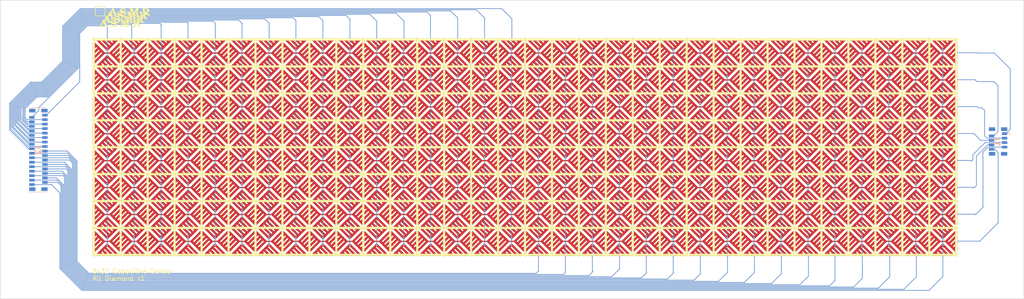
<source format=kicad_pcb>
(kicad_pcb (version 20211014) (generator pcbnew)
  (layers (0 "F.Cu" signal) (31 "B.Cu" signal) (34 "B.Paste" user) (35 "F.Paste" user) (36 "B.SilkS" user "B.Silkscreen") (37 "F.SilkS" user "F.Silkscreen") (38 "B.Mask" user) (39 "F.Mask" user) (44 "Edge.Cuts" user))
  (net 0 "")
  (net 1 "Net-(J1-Pad1)")
  (net 2 "Net-(J1-Pad2)")
  (net 3 "Net-(J1-Pad3)")
  (net 4 "Net-(J1-Pad4)")
  (net 5 "Net-(J1-Pad5)")
  (net 6 "Net-(J1-Pad6)")
  (net 7 "Net-(J1-Pad7)")
  (net 8 "Net-(J1-Pad8)")
  (net 9 "Net-(J2-Pad1)")
  (net 10 "Net-(J2-Pad2)")
  (net 11 "Net-(J2-Pad3)")
  (net 12 "Net-(J2-Pad4)")
  (net 13 "Net-(J2-Pad5)")
  (net 14 "Net-(J2-Pad6)")
  (net 15 "Net-(J2-Pad7)")
  (net 16 "Net-(J2-Pad8)")
  (net 17 "Net-(J2-Pad9)")
  (net 18 "Net-(J2-Pad10)")
  (net 19 "Net-(J2-Pad11)")
  (net 20 "Net-(J2-Pad12)")
  (net 21 "Net-(J2-Pad13)")
  (net 22 "Net-(J2-Pad14)")
  (net 23 "Net-(J2-Pad15)")
  (net 24 "Net-(J2-Pad16)")
  (net 25 "Net-(J2-Pad17)")
  (net 26 "Net-(J2-Pad18)")
  (net 27 "Net-(J2-Pad19)")
  (net 28 "Net-(J2-Pad20)")
  (net 29 "Net-(J2-Pad21)")
  (net 30 "Net-(J2-Pad22)")
  (net 31 "Net-(J2-Pad23)")
  (net 32 "Net-(J2-Pad24)")
  (net 33 "Net-(J2-Pad25)")
  (net 34 "Net-(J2-Pad26)")
  (net 35 "Net-(J2-Pad27)")
  (net 36 "Net-(J2-Pad28)")
  (net 37 "Net-(J2-Pad29)")
  (net 38 "Net-(J2-Pad30)")
  (net 39 "Net-(J2-Pad31)")
  (net 40 "Net-(J2-Pad32)")
  (footprint "ASMR_footprints:captouch_8x32_diamond_alt_fill" (layer "F.Cu") (at 62.75 55.525)
    (fp_text reference "U1" hide)
    (fp_text value "captouch_8x32_grid" hide)
  )
  (footprint "ASMR_footprints:SilkScreen_asmrrrrrrrrr" (layer "F.Cu") (at 69.425 50.925)
    (fp_text reference "G***" hide)
    (fp_text value "LOGO" hide)
  )
  (footprint "ASMR_footprints:Conn_FFC_1x32_0.5mm_Molex_5019513210" (layer "B.Cu") (at 50.675 80.375 -90)
    (fp_text reference "J2")
    (fp_text value "Conn_01x32_Male" hide)
  )
  (footprint "ASMR_footprints:Conn_FFC_1x8_0.5mm_Molex_5019510830" (layer "B.Cu") (at 264.325 78.5 -90)
    (fp_text reference "J1")
    (fp_text value "Conn_01x08_Male" hide)
  )
  (gr_rect (start 42.175 47) (end 270.05 113.55) (layer "Edge.Cuts") (width 0.1) (fill none))
  (gr_text "8x32 Capacitive Sensor\nAlt Diamond v1" (at 62.65 108.2) (layer "F.SilkS") (effects (font (size 1 1)) (justify left)))
  (via (at 255 58.725) (size 0.4) (drill 0.2) (layers "F.Cu" "B.Cu") (net 1))
  (segment (start 259.7 58.725) (end 259.75 58.775) (width 0.127) (layer "B.Cu") (net 1))
  (segment (start 259.75 58.775) (end 263.5 58.775) (width 0.127) (layer "B.Cu") (net 1))
  (segment (start 266.075 76.75) (end 267.025 75.8) (width 0.127) (layer "B.Cu") (net 1))
  (segment (start 255 58.725) (end 259.7 58.725) (width 0.127) (layer "B.Cu") (net 1))
  (segment (start 267.025 62.3) (end 263.5 58.775) (width 0.127) (layer "B.Cu") (net 1))
  (segment (start 265.775 76.75) (end 266.075 76.75) (width 0.127) (layer "B.Cu") (net 1))
  (segment (start 267.025 75.8) (end 267.025 62.3) (width 0.127) (layer "B.Cu") (net 1))
  (via (at 255 64.725) (size 0.4) (drill 0.2) (layers "F.Cu" "B.Cu") (net 2))
  (segment (start 262.875 77.25) (end 263.375 77.25) (width 0.127) (layer "B.Cu") (net 2))
  (segment (start 259.175 64.725) (end 259.6 65.15) (width 0.127) (layer "B.Cu") (net 2))
  (segment (start 264.3 76.325) (end 264.3 66.05) (width 0.127) (layer "B.Cu") (net 2))
  (segment (start 255 64.725) (end 259.175 64.725) (width 0.127) (layer "B.Cu") (net 2))
  (segment (start 263.4 65.15) (end 259.6 65.15) (width 0.127) (layer "B.Cu") (net 2))
  (segment (start 263.375 77.25) (end 264.3 76.325) (width 0.127) (layer "B.Cu") (net 2))
  (segment (start 264.3 66.05) (end 263.4 65.15) (width 0.127) (layer "B.Cu") (net 2))
  (via (at 255 70.725) (size 0.4) (drill 0.2) (layers "F.Cu" "B.Cu") (net 3))
  (segment (start 265.775 77.75) (end 261.85 77.75) (width 0.127) (layer "B.Cu") (net 3))
  (segment (start 261.325 71.6) (end 260.7 70.975) (width 0.127) (layer "B.Cu") (net 3))
  (segment (start 261.85 77.75) (end 261.325 77.225) (width 0.127) (layer "B.Cu") (net 3))
  (segment (start 259.7 70.725) (end 259.95 70.975) (width 0.127) (layer "B.Cu") (net 3))
  (segment (start 261.325 77.225) (end 261.325 71.6) (width 0.127) (layer "B.Cu") (net 3))
  (segment (start 255 70.725) (end 259.7 70.725) (width 0.127) (layer "B.Cu") (net 3))
  (segment (start 260.7 70.975) (end 259.95 70.975) (width 0.127) (layer "B.Cu") (net 3))
  (via (at 255 76.725) (size 0.4) (drill 0.2) (layers "F.Cu" "B.Cu") (net 4))
  (segment (start 255 76.725) (end 258.775 76.725) (width 0.127) (layer "B.Cu") (net 4))
  (segment (start 262.875 78.25) (end 260.45 78.25) (width 0.127) (layer "B.Cu") (net 4))
  (segment (start 258.775 76.725) (end 258.9 76.85) (width 0.127) (layer "B.Cu") (net 4))
  (segment (start 260.45 78.25) (end 259.05 76.85) (width 0.127) (layer "B.Cu") (net 4))
  (segment (start 259.05 76.85) (end 258.9 76.85) (width 0.127) (layer "B.Cu") (net 4))
  (via (at 255 82.725) (size 0.4) (drill 0.2) (layers "F.Cu" "B.Cu") (net 5))
  (segment (start 261.425 78.75) (end 258.7 81.475) (width 0.127) (layer "B.Cu") (net 5))
  (segment (start 258.45 82.825) (end 258.2 82.825) (width 0.127) (layer "B.Cu") (net 5))
  (segment (start 258.7 82.575) (end 258.45 82.825) (width 0.127) (layer "B.Cu") (net 5))
  (segment (start 265.775 78.75) (end 261.425 78.75) (width 0.127) (layer "B.Cu") (net 5))
  (segment (start 258.7 81.475) (end 258.7 82.575) (width 0.127) (layer "B.Cu") (net 5))
  (segment (start 255 82.725) (end 258.1 82.725) (width 0.127) (layer "B.Cu") (net 5))
  (segment (start 258.1 82.725) (end 258.2 82.825) (width 0.127) (layer "B.Cu") (net 5))
  (via (at 255 88.725) (size 0.4) (drill 0.2) (layers "F.Cu" "B.Cu") (net 6))
  (segment (start 262.875 79.25) (end 262.025 79.25) (width 0.127) (layer "B.Cu") (net 6))
  (segment (start 259.5 81.775) (end 259.5 88.3) (width 0.127) (layer "B.Cu") (net 6))
  (segment (start 255 88.725) (end 258.625 88.725) (width 0.127) (layer "B.Cu") (net 6))
  (segment (start 259.5 88.3) (end 258.975 88.825) (width 0.127) (layer "B.Cu") (net 6))
  (segment (start 258.625 88.725) (end 258.725 88.825) (width 0.127) (layer "B.Cu") (net 6))
  (segment (start 262.025 79.25) (end 259.5 81.775) (width 0.127) (layer "B.Cu") (net 6))
  (segment (start 258.975 88.825) (end 258.725 88.825) (width 0.127) (layer "B.Cu") (net 6))
  (via (at 255 94.725) (size 0.4) (drill 0.2) (layers "F.Cu" "B.Cu") (net 7))
  (segment (start 255 94.725) (end 259.225 94.725) (width 0.127) (layer "B.Cu") (net 7))
  (segment (start 260.95 80.894) (end 260.95 93.15) (width 0.127) (layer "B.Cu") (net 7))
  (segment (start 262.094 79.75) (end 260.95 80.894) (width 0.127) (layer "B.Cu") (net 7))
  (segment (start 259.225 94.725) (end 259.3 94.8) (width 0.127) (layer "B.Cu") (net 7))
  (segment (start 260.95 93.15) (end 259.3 94.8) (width 0.127) (layer "B.Cu") (net 7))
  (segment (start 265.775 79.75) (end 262.094 79.75) (width 0.127) (layer "B.Cu") (net 7))
  (via (at 255 100.725) (size 0.4) (drill 0.2) (layers "F.Cu" "B.Cu") (net 8))
  (segment (start 263.602 80.25) (end 264.325 80.973) (width 0.127) (layer "B.Cu") (net 8))
  (segment (start 264.325 96.65) (end 260.2 100.775) (width 0.127) (layer "B.Cu") (net 8))
  (segment (start 262.875 80.25) (end 263.602 80.25) (width 0.127) (layer "B.Cu") (net 8))
  (segment (start 260.15 100.725) (end 260.2 100.775) (width 0.127) (layer "B.Cu") (net 8))
  (segment (start 264.325 80.973) (end 264.325 96.65) (width 0.127) (layer "B.Cu") (net 8))
  (segment (start 255 100.725) (end 260.15 100.725) (width 0.127) (layer "B.Cu") (net 8))
  (via (at 66 99.95) (size 0.4) (drill 0.2) (layers "F.Cu" "B.Cu") (net 9))
  (via (at 66 101.575) (size 0.4) (drill 0.2) (layers "F.Cu" "B.Cu") (net 9))
  (via (at 66 63.95) (size 0.4) (drill 0.2) (layers "F.Cu" "B.Cu") (net 9))
  (via (at 66 75.95) (size 0.4) (drill 0.2) (layers "F.Cu" "B.Cu") (net 9))
  (via (at 66 93.95) (size 0.4) (drill 0.2) (layers "F.Cu" "B.Cu") (net 9))
  (via (at 66 87.95) (size 0.4) (drill 0.2) (layers "F.Cu" "B.Cu") (net 9))
  (via (at 66 57.95) (size 0.4) (drill 0.2) (layers "F.Cu" "B.Cu") (net 9))
  (via (at 66 69.95) (size 0.4) (drill 0.2) (layers "F.Cu" "B.Cu") (net 9))
  (via (at 66 81.95) (size 0.4) (drill 0.2) (layers "F.Cu" "B.Cu") (net 9))
  (segment (start 66 57.95) (end 66 52.825) (width 0.127) (layer "B.Cu") (net 9))
  (segment (start 59.875 65.175) (end 59.875 54.375) (width 0.127) (layer "B.Cu") (net 9))
  (segment (start 66 52.825) (end 65.875 52.7) (width 0.127) (layer "B.Cu") (net 9))
  (segment (start 59.875 54.375) (end 61.55 52.7) (width 0.127) (layer "B.Cu") (net 9))
  (segment (start 66 57.95) (end 66 101.575) (width 0.127) (layer "B.Cu") (net 9))
  (segment (start 52.425 72.625) (end 59.875 65.175) (width 0.127) (layer "B.Cu") (net 9))
  (segment (start 61.55 52.7) (end 65.875 52.7) (width 0.127) (layer "B.Cu") (net 9))
  (segment (start 52.125 72.625) (end 52.425 72.625) (width 0.127) (layer "B.Cu") (net 9))
  (via (at 72 57.95) (size 0.4) (drill 0.2) (layers "F.Cu" "B.Cu") (net 10))
  (via (at 72 63.95) (size 0.4) (drill 0.2) (layers "F.Cu" "B.Cu") (net 10))
  (via (at 72 93.95) (size 0.4) (drill 0.2) (layers "F.Cu" "B.Cu") (net 10))
  (via (at 72 69.95) (size 0.4) (drill 0.2) (layers "F.Cu" "B.Cu") (net 10))
  (via (at 72 87.95) (size 0.4) (drill 0.2) (layers "F.Cu" "B.Cu") (net 10))
  (via (at 72 101.575) (size 0.4) (drill 0.2) (layers "F.Cu" "B.Cu") (net 10))
  (via (at 72 81.95) (size 0.4) (drill 0.2) (layers "F.Cu" "B.Cu") (net 10))
  (via (at 72 99.95) (size 0.4) (drill 0.2) (layers "F.Cu" "B.Cu") (net 10))
  (via (at 72 75.95) (size 0.4) (drill 0.2) (layers "F.Cu" "B.Cu") (net 10))
  (segment (start 72 57.95) (end 72 101.575) (width 0.127) (layer "B.Cu") (net 10))
  (segment (start 61.46579 52.425) (end 71.45 52.425) (width 0.127) (layer "B.Cu") (net 10))
  (segment (start 50.725 70.975) (end 59.621 62.079) (width 0.127) (layer "B.Cu") (net 10))
  (segment (start 50.725 71.625) (end 50.725 70.975) (width 0.127) (layer "B.Cu") (net 10))
  (segment (start 59.621 54.26979) (end 61.46579 52.425) (width 0.127) (layer "B.Cu") (net 10))
  (segment (start 71.45 52.425) (end 71.45 57.4) (width 0.127) (layer "B.Cu") (net 10))
  (segment (start 49.225 73.125) (end 50.725 71.625) (width 0.127) (layer "B.Cu") (net 10))
  (segment (start 59.621 62.079) (end 59.621 54.26979) (width 0.127) (layer "B.Cu") (net 10))
  (segment (start 71.45 57.4) (end 72 57.95) (width 0.127) (layer "B.Cu") (net 10))
  (via (at 78 63.95) (size 0.4) (drill 0.2) (layers "F.Cu" "B.Cu") (net 11))
  (via (at 78 93.95) (size 0.4) (drill 0.2) (layers "F.Cu" "B.Cu") (net 11))
  (via (at 78 87.95) (size 0.4) (drill 0.2) (layers "F.Cu" "B.Cu") (net 11))
  (via (at 78 69.95) (size 0.4) (drill 0.2) (layers "F.Cu" "B.Cu") (net 11))
  (via (at 78 99.95) (size 0.4) (drill 0.2) (layers "F.Cu" "B.Cu") (net 11))
  (via (at 78 57.95) (size 0.4) (drill 0.2) (layers "F.Cu" "B.Cu") (net 11))
  (via (at 78 81.95) (size 0.4) (drill 0.2) (layers "F.Cu" "B.Cu") (net 11))
  (via (at 78 75.95) (size 0.4) (drill 0.2) (layers "F.Cu" "B.Cu") (net 11))
  (via (at 78 101.575) (size 0.4) (drill 0.2) (layers "F.Cu" "B.Cu") (net 11))
  (segment (start 52.76579 68.575) (end 59.367 61.97379) (width 0.127) (layer "B.Cu") (net 11))
  (segment (start 59.367 61.97379) (end 59.367 54.16458) (width 0.127) (layer "B.Cu") (net 11))
  (segment (start 48.1 73.625) (end 47.7 73.225) (width 0.127) (layer "B.Cu") (net 11))
  (segment (start 78 52.425) (end 78 57.95) (width 0.127) (layer "B.Cu") (net 11))
  (segment (start 78 57.95) (end 78 101.575) (width 0.127) (layer "B.Cu") (net 11))
  (segment (start 59.367 54.16458) (end 61.36058 52.171) (width 0.127) (layer "B.Cu") (net 11))
  (segment (start 77.746 52.171) (end 78 52.425) (width 0.127) (layer "B.Cu") (net 11))
  (segment (start 52.125 73.625) (end 48.1 73.625) (width 0.127) (layer "B.Cu") (net 11))
  (segment (start 50.325 68.575) (end 52.76579 68.575) (width 0.127) (layer "B.Cu") (net 11))
  (segment (start 47.7 73.225) (end 47.7 71.2) (width 0.127) (layer "B.Cu") (net 11))
  (segment (start 47.7 71.2) (end 50.325 68.575) (width 0.127) (layer "B.Cu") (net 11))
  (segment (start 61.36058 52.171) (end 77.746 52.171) (width 0.127) (layer "B.Cu") (net 11))
  (via (at 84 99.95) (size 0.4) (drill 0.2) (layers "F.Cu" "B.Cu") (net 12))
  (via (at 84 75.95) (size 0.4) (drill 0.2) (layers "F.Cu" "B.Cu") (net 12))
  (via (at 84 87.95) (size 0.4) (drill 0.2) (layers "F.Cu" "B.Cu") (net 12))
  (via (at 84 81.95) (size 0.4) (drill 0.2) (layers "F.Cu" "B.Cu") (net 12))
  (via (at 84 93.95) (size 0.4) (drill 0.2) (layers "F.Cu" "B.Cu") (net 12))
  (via (at 84 57.95) (size 0.4) (drill 0.2) (layers "F.Cu" "B.Cu") (net 12))
  (via (at 84 69.95) (size 0.4) (drill 0.2) (layers "F.Cu" "B.Cu") (net 12))
  (via (at 84 63.95) (size 0.4) (drill 0.2) (layers "F.Cu" "B.Cu") (net 12))
  (via (at 84 101.575) (size 0.4) (drill 0.2) (layers "F.Cu" "B.Cu") (net 12))
  (segment (start 52.66058 68.321) (end 59.113 61.86858) (width 0.127) (layer "B.Cu") (net 12))
  (segment (start 59.113 54.05937) (end 61.25537 51.917) (width 0.127) (layer "B.Cu") (net 12))
  (segment (start 83.975 52) (end 83.975 57.925) (width 0.127) (layer "B.Cu") (net 12))
  (segment (start 61.25537 51.917) (end 83.892 51.917) (width 0.127) (layer "B.Cu") (net 12))
  (segment (start 59.113 61.86858) (end 59.113 54.05937) (width 0.127) (layer "B.Cu") (net 12))
  (segment (start 48.2 74.125) (end 47.446 73.371) (width 0.127) (layer "B.Cu") (net 12))
  (segment (start 83.892 51.917) (end 83.975 52) (width 0.127) (layer "B.Cu") (net 12))
  (segment (start 83.975 57.925) (end 84 57.95) (width 0.127) (layer "B.Cu") (net 12))
  (segment (start 50.21979 68.321) (end 52.66058 68.321) (width 0.127) (layer "B.Cu") (net 12))
  (segment (start 47.446 73.371) (end 47.446 71.09479) (width 0.127) (layer "B.Cu") (net 12))
  (segment (start 47.446 71.09479) (end 50.21979 68.321) (width 0.127) (layer "B.Cu") (net 12))
  (segment (start 49.225 74.125) (end 48.2 74.125) (width 0.127) (layer "B.Cu") (net 12))
  (segment (start 84 57.95) (end 84 101.575) (width 0.127) (layer "B.Cu") (net 12))
  (via (at 90 57.95) (size 0.4) (drill 0.2) (layers "F.Cu" "B.Cu") (net 13))
  (via (at 90 93.95) (size 0.4) (drill 0.2) (layers "F.Cu" "B.Cu") (net 13))
  (via (at 90 99.95) (size 0.4) (drill 0.2) (layers "F.Cu" "B.Cu") (net 13))
  (via (at 90 75.95) (size 0.4) (drill 0.2) (layers "F.Cu" "B.Cu") (net 13))
  (via (at 90 81.95) (size 0.4) (drill 0.2) (layers "F.Cu" "B.Cu") (net 13))
  (via (at 90 69.95) (size 0.4) (drill 0.2) (layers "F.Cu" "B.Cu") (net 13))
  (via (at 90 87.95) (size 0.4) (drill 0.2) (layers "F.Cu" "B.Cu") (net 13))
  (via (at 90 63.95) (size 0.4) (drill 0.2) (layers "F.Cu" "B.Cu") (net 13))
  (via (at 90 101.575) (size 0.4) (drill 0.2) (layers "F.Cu" "B.Cu") (net 13))
  (segment (start 90.05 57.9) (end 90 57.95) (width 0.127) (layer "B.Cu") (net 13))
  (segment (start 47.192 70.98958) (end 50.11458 68.067) (width 0.127) (layer "B.Cu") (net 13))
  (segment (start 52.55537 68.067) (end 58.859 61.76337) (width 0.127) (layer "B.Cu") (net 13))
  (segment (start 48.3 74.625) (end 47.192 73.517) (width 0.127) (layer "B.Cu") (net 13))
  (segment (start 61.15016 51.663) (end 89.563 51.663) (width 0.127) (layer "B.Cu") (net 13))
  (segment (start 58.859 61.76337) (end 58.859 53.95416) (width 0.127) (layer "B.Cu") (net 13))
  (segment (start 52.125 74.625) (end 48.3 74.625) (width 0.127) (layer "B.Cu") (net 13))
  (segment (start 89.563 51.663) (end 90.05 52.15) (width 0.127) (layer "B.Cu") (net 13))
  (segment (start 90 57.95) (end 90 101.575) (width 0.127) (layer "B.Cu") (net 13))
  (segment (start 58.859 53.95416) (end 61.15016 51.663) (width 0.127) (layer "B.Cu") (net 13))
  (segment (start 47.192 73.517) (end 47.192 70.98958) (width 0.127) (layer "B.Cu") (net 13))
  (segment (start 50.11458 68.067) (end 52.55537 68.067) (width 0.127) (layer "B.Cu") (net 13))
  (segment (start 90.05 52.15) (end 90.05 57.9) (width 0.127) (layer "B.Cu") (net 13))
  (via (at 96 101.575) (size 0.4) (drill 0.2) (layers "F.Cu" "B.Cu") (net 14))
  (via (at 96 75.95) (size 0.4) (drill 0.2) (layers "F.Cu" "B.Cu") (net 14))
  (via (at 96 81.95) (size 0.4) (drill 0.2) (layers "F.Cu" "B.Cu") (net 14))
  (via (at 96 99.95) (size 0.4) (drill 0.2) (layers "F.Cu" "B.Cu") (net 14))
  (via (at 96 57.95) (size 0.4) (drill 0.2) (layers "F.Cu" "B.Cu") (net 14))
  (via (at 96 63.95) (size 0.4) (drill 0.2) (layers "F.Cu" "B.Cu") (net 14))
  (via (at 96 69.95) (size 0.4) (drill 0.2) (layers "F.Cu" "B.Cu") (net 14))
  (via (at 96 93.95) (size 0.4) (drill 0.2) (layers "F.Cu" "B.Cu") (net 14))
  (via (at 96 87.95) (size 0.4) (drill 0.2) (layers "F.Cu" "B.Cu") (net 14))
  (segment (start 52.45016 67.813) (end 58.605 61.65816) (width 0.127) (layer "B.Cu") (net 14))
  (segment (start 96 57.95) (end 96 101.575) (width 0.127) (layer "B.Cu") (net 14))
  (segment (start 58.605 53.84895) (end 61.04495 51.409) (width 0.127) (layer "B.Cu") (net 14))
  (segment (start 46.8 73.48421) (end 46.8 71.02237) (width 0.127) (layer "B.Cu") (net 14))
  (segment (start 49.225 75.125) (end 48.44079 75.125) (width 0.127) (layer "B.Cu") (net 14))
  (segment (start 58.605 61.65816) (end 58.605 53.84895) (width 0.127) (layer "B.Cu") (net 14))
  (segment (start 61.04495 51.409) (end 95.234 51.409) (width 0.127) (layer "B.Cu") (net 14))
  (segment (start 96.025 52.2) (end 96 52.225) (width 0.127) (layer "B.Cu") (net 14))
  (segment (start 46.8 71.02237) (end 50.00937 67.813) (width 0.127) (layer "B.Cu") (net 14))
  (segment (start 50.00937 67.813) (end 52.45016 67.813) (width 0.127) (layer "B.Cu") (net 14))
  (segment (start 95.234 51.409) (end 96.025 52.2) (width 0.127) (layer "B.Cu") (net 14))
  (segment (start 96 52.225) (end 96 57.95) (width 0.127) (layer "B.Cu") (net 14))
  (segment (start 48.44079 75.125) (end 46.8 73.48421) (width 0.127) (layer "B.Cu") (net 14))
  (via (at 102 81.95) (size 0.4) (drill 0.2) (layers "F.Cu" "B.Cu") (net 15))
  (via (at 102 99.95) (size 0.4) (drill 0.2) (layers "F.Cu" "B.Cu") (net 15))
  (via (at 102 63.95) (size 0.4) (drill 0.2) (layers "F.Cu" "B.Cu") (net 15))
  (via (at 102 75.95) (size 0.4) (drill 0.2) (layers "F.Cu" "B.Cu") (net 15))
  (via (at 102 87.95) (size 0.4) (drill 0.2) (layers "F.Cu" "B.Cu") (net 15))
  (via (at 102 69.95) (size 0.4) (drill 0.2) (layers "F.Cu" "B.Cu") (net 15))
  (via (at 102 57.95) (size 0.4) (drill 0.2) (layers "F.Cu" "B.Cu") (net 15))
  (via (at 102 101.575) (size 0.4) (drill 0.2) (layers "F.Cu" "B.Cu") (net 15))
  (via (at 102 93.95) (size 0.4) (drill 0.2) (layers "F.Cu" "B.Cu") (net 15))
  (segment (start 58.351 53.74374) (end 60.93974 51.155) (width 0.127) (layer "B.Cu") (net 15))
  (segment (start 46.546 70.91716) (end 49.90416 67.559) (width 0.127) (layer "B.Cu") (net 15))
  (segment (start 58.351 61.55295) (end 58.351 53.74374) (width 0.127) (layer "B.Cu") (net 15))
  (segment (start 49.90416 67.559) (end 52.34495 67.559) (width 0.127) (layer "B.Cu") (net 15))
  (segment (start 101.08 51.155) (end 102.05 52.125) (width 0.127) (layer "B.Cu") (net 15))
  (segment (start 52.34495 67.559) (end 58.351 61.55295) (width 0.127) (layer "B.Cu") (net 15))
  (segment (start 102.05 57.9) (end 102 57.95) (width 0.127) (layer "B.Cu") (net 15))
  (segment (start 102.05 52.125) (end 102.05 57.9) (width 0.127) (layer "B.Cu") (net 15))
  (segment (start 46.546 73.727) (end 46.546 70.91716) (width 0.127) (layer "B.Cu") (net 15))
  (segment (start 52.125 75.625) (end 48.444 75.625) (width 0.127) (layer "B.Cu") (net 15))
  (segment (start 48.444 75.625) (end 46.546 73.727) (width 0.127) (layer "B.Cu") (net 15))
  (segment (start 60.93974 51.155) (end 101.08 51.155) (width 0.127) (layer "B.Cu") (net 15))
  (segment (start 102 57.95) (end 102 101.575) (width 0.127) (layer "B.Cu") (net 15))
  (via (at 108 75.95) (size 0.4) (drill 0.2) (layers "F.Cu" "B.Cu") (net 16))
  (via (at 108 57.95) (size 0.4) (drill 0.2) (layers "F.Cu" "B.Cu") (net 16))
  (via (at 108 69.95) (size 0.4) (drill 0.2) (layers "F.Cu" "B.Cu") (net 16))
  (via (at 108 63.95) (size 0.4) (drill 0.2) (layers "F.Cu" "B.Cu") (net 16))
  (via (at 108 81.95) (size 0.4) (drill 0.2) (layers "F.Cu" "B.Cu") (net 16))
  (via (at 108 99.95) (size 0.4) (drill 0.2) (layers "F.Cu" "B.Cu") (net 16))
  (via (at 108 101.575) (size 0.4) (drill 0.2) (layers "F.Cu" "B.Cu") (net 16))
  (via (at 108 87.95) (size 0.4) (drill 0.2) (layers "F.Cu" "B.Cu") (net 16))
  (via (at 108 93.95) (size 0.4) (drill 0.2) (layers "F.Cu" "B.Cu") (net 16))
  (segment (start 108 51.5) (end 108 57.95) (width 0.127) (layer "B.Cu") (net 16))
  (segment (start 52.23974 67.305) (end 58.097 61.44774) (width 0.127) (layer "B.Cu") (net 16))
  (segment (start 49.225 76.125) (end 48.58479 76.125) (width 0.127) (layer "B.Cu") (net 16))
  (segment (start 108 57.95) (end 108 101.575) (width 0.127) (layer "B.Cu") (net 16))
  (segment (start 48.58479 76.125) (end 46.292 73.83221) (width 0.127) (layer "B.Cu") (net 16))
  (segment (start 107.401 50.901) (end 108 51.5) (width 0.127) (layer "B.Cu") (net 16))
  (segment (start 46.292 70.81195) (end 49.79895 67.305) (width 0.127) (layer "B.Cu") (net 16))
  (segment (start 60.83453 50.901) (end 107.401 50.901) (width 0.127) (layer "B.Cu") (net 16))
  (segment (start 58.097 53.63853) (end 60.83453 50.901) (width 0.127) (layer "B.Cu") (net 16))
  (segment (start 58.097 61.44774) (end 58.097 53.63853) (width 0.127) (layer "B.Cu") (net 16))
  (segment (start 49.79895 67.305) (end 52.23974 67.305) (width 0.127) (layer "B.Cu") (net 16))
  (segment (start 46.292 73.83221) (end 46.292 70.81195) (width 0.127) (layer "B.Cu") (net 16))
  (via (at 114 99.95) (size 0.4) (drill 0.2) (layers "F.Cu" "B.Cu") (net 17))
  (via (at 114 101.575) (size 0.4) (drill 0.2) (layers "F.Cu" "B.Cu") (net 17))
  (via (at 114 69.95) (size 0.4) (drill 0.2) (layers "F.Cu" "B.Cu") (net 17))
  (via (at 114 87.95) (size 0.4) (drill 0.2) (layers "F.Cu" "B.Cu") (net 17))
  (via (at 114 93.95) (size 0.4) (drill 0.2) (layers "F.Cu" "B.Cu") (net 17))
  (via (at 114 75.95) (size 0.4) (drill 0.2) (layers "F.Cu" "B.Cu") (net 17))
  (via (at 114 81.95) (size 0.4) (drill 0.2) (layers "F.Cu" "B.Cu") (net 17))
  (via (at 114 57.95) (size 0.4) (drill 0.2) (layers "F.Cu" "B.Cu") (net 17))
  (via (at 114 63.95) (size 0.4) (drill 0.2) (layers "F.Cu" "B.Cu") (net 17))
  (segment (start 52.125 76.625) (end 48.444 76.625) (width 0.127) (layer "B.Cu") (net 17))
  (segment (start 57.843 53.53332) (end 60.72932 50.647) (width 0.127) (layer "B.Cu") (net 17))
  (segment (start 48.444 76.625) (end 46.038 74.219) (width 0.127) (layer "B.Cu") (net 17))
  (segment (start 46.038 74.219) (end 46.038 70.70674) (width 0.127) (layer "B.Cu") (net 17))
  (segment (start 114.025 51.6) (end 114 51.625) (width 0.127) (layer "B.Cu") (net 17))
  (segment (start 46.038 70.70674) (end 49.69374 67.051) (width 0.127) (layer "B.Cu") (net 17))
  (segment (start 60.72932 50.647) (end 113.072 50.647) (width 0.127) (layer "B.Cu") (net 17))
  (segment (start 52.13453 67.051) (end 57.843 61.34253) (width 0.127) (layer "B.Cu") (net 17))
  (segment (start 114 51.625) (end 114 57.95) (width 0.127) (layer "B.Cu") (net 17))
  (segment (start 114 57.95) (end 114 101.575) (width 0.127) (layer "B.Cu") (net 17))
  (segment (start 57.843 61.34253) (end 57.843 53.53332) (width 0.127) (layer "B.Cu") (net 17))
  (segment (start 113.072 50.647) (end 114.025 51.6) (width 0.127) (layer "B.Cu") (net 17))
  (segment (start 49.69374 67.051) (end 52.13453 67.051) (width 0.127) (layer "B.Cu") (net 17))
  (via (at 120 87.95) (size 0.4) (drill 0.2) (layers "F.Cu" "B.Cu") (net 18))
  (via (at 120 81.95) (size 0.4) (drill 0.2) (layers "F.Cu" "B.Cu") (net 18))
  (via (at 120 63.95) (size 0.4) (drill 0.2) (layers "F.Cu" "B.Cu") (net 18))
  (via (at 120 57.95) (size 0.4) (drill 0.2) (layers "F.Cu" "B.Cu") (net 18))
  (via (at 120 101.575) (size 0.4) (drill 0.2) (layers "F.Cu" "B.Cu") (net 18))
  (via (at 120 75.95) (size 0.4) (drill 0.2) (layers "F.Cu" "B.Cu") (net 18))
  (via (at 120 69.95) (size 0.4) (drill 0.2) (layers "F.Cu" "B.Cu") (net 18))
  (via (at 120 99.95) (size 0.4) (drill 0.2) (layers "F.Cu" "B.Cu") (net 18))
  (via (at 120 93.95) (size 0.4) (drill 0.2) (layers "F.Cu" "B.Cu") (net 18))
  (segment (start 119.168 50.393) (end 120.025 51.25) (width 0.127) (layer "B.Cu") (net 18))
  (segment (start 120.025 51.25) (end 120.025 57.925) (width 0.127) (layer "B.Cu") (net 18))
  (segment (start 48.58479 77.125) (end 45.784 74.32421) (width 0.127) (layer "B.Cu") (net 18))
  (segment (start 57.589 61.23732) (end 57.589 53.42811) (width 0.127) (layer "B.Cu") (net 18))
  (segment (start 49.58853 66.797) (end 52.02932 66.797) (width 0.127) (layer "B.Cu") (net 18))
  (segment (start 45.784 74.32421) (end 45.784 70.60153) (width 0.127) (layer "B.Cu") (net 18))
  (segment (start 52.02932 66.797) (end 57.589 61.23732) (width 0.127) (layer "B.Cu") (net 18))
  (segment (start 120.025 57.925) (end 120 57.95) (width 0.127) (layer "B.Cu") (net 18))
  (segment (start 45.784 70.60153) (end 49.58853 66.797) (width 0.127) (layer "B.Cu") (net 18))
  (segment (start 120 57.95) (end 120 101.575) (width 0.127) (layer "B.Cu") (net 18))
  (segment (start 49.225 77.125) (end 48.58479 77.125) (width 0.127) (layer "B.Cu") (net 18))
  (segment (start 60.62411 50.393) (end 119.168 50.393) (width 0.127) (layer "B.Cu") (net 18))
  (segment (start 57.589 53.42811) (end 60.62411 50.393) (width 0.127) (layer "B.Cu") (net 18))
  (via (at 126 101.575) (size 0.4) (drill 0.2) (layers "F.Cu" "B.Cu") (net 19))
  (via (at 126 57.95) (size 0.4) (drill 0.2) (layers "F.Cu" "B.Cu") (net 19))
  (via (at 126 93.95) (size 0.4) (drill 0.2) (layers "F.Cu" "B.Cu") (net 19))
  (via (at 126 63.95) (size 0.4) (drill 0.2) (layers "F.Cu" "B.Cu") (net 19))
  (via (at 126 99.95) (size 0.4) (drill 0.2) (layers "F.Cu" "B.Cu") (net 19))
  (via (at 126 69.95) (size 0.4) (drill 0.2) (layers "F.Cu" "B.Cu") (net 19))
  (via (at 126 81.95) (size 0.4) (drill 0.2) (layers "F.Cu" "B.Cu") (net 19))
  (via (at 126 75.95) (size 0.4) (drill 0.2) (layers "F.Cu" "B.Cu") (net 19))
  (via (at 126 87.95) (size 0.4) (drill 0.2) (layers "F.Cu" "B.Cu") (net 19))
  (segment (start 126 57.95) (end 126 101.575) (width 0.127) (layer "B.Cu") (net 19))
  (segment (start 126 51.675) (end 126 57.95) (width 0.127) (layer "B.Cu") (net 19))
  (segment (start 45.53 74.711) (end 45.53 70.49632) (width 0.127) (layer "B.Cu") (net 19))
  (segment (start 124.464 50.139) (end 126 51.675) (width 0.127) (layer "B.Cu") (net 19))
  (segment (start 57.335 53.3229) (end 60.5189 50.139) (width 0.127) (layer "B.Cu") (net 19))
  (segment (start 57.335 61.13211) (end 57.335 53.3229) (width 0.127) (layer "B.Cu") (net 19))
  (segment (start 60.5189 50.139) (end 124.464 50.139) (width 0.127) (layer "B.Cu") (net 19))
  (segment (start 45.53 70.49632) (end 49.48332 66.543) (width 0.127) (layer "B.Cu") (net 19))
  (segment (start 48.444 77.625) (end 45.53 74.711) (width 0.127) (layer "B.Cu") (net 19))
  (segment (start 52.125 77.625) (end 48.444 77.625) (width 0.127) (layer "B.Cu") (net 19))
  (segment (start 51.92411 66.543) (end 57.335 61.13211) (width 0.127) (layer "B.Cu") (net 19))
  (segment (start 49.48332 66.543) (end 51.92411 66.543) (width 0.127) (layer "B.Cu") (net 19))
  (via (at 132 69.95) (size 0.4) (drill 0.2) (layers "F.Cu" "B.Cu") (net 20))
  (via (at 132 63.95) (size 0.4) (drill 0.2) (layers "F.Cu" "B.Cu") (net 20))
  (via (at 132 93.95) (size 0.4) (drill 0.2) (layers "F.Cu" "B.Cu") (net 20))
  (via (at 132 75.95) (size 0.4) (drill 0.2) (layers "F.Cu" "B.Cu") (net 20))
  (via (at 132 99.95) (size 0.4) (drill 0.2) (layers "F.Cu" "B.Cu") (net 20))
  (via (at 132 81.95) (size 0.4) (drill 0.2) (layers "F.Cu" "B.Cu") (net 20))
  (via (at 132 101.575) (size 0.4) (drill 0.2) (layers "F.Cu" "B.Cu") (net 20))
  (via (at 132 87.95) (size 0.4) (drill 0.2) (layers "F.Cu" "B.Cu") (net 20))
  (via (at 132 57.95) (size 0.4) (drill 0.2) (layers "F.Cu" "B.Cu") (net 20))
  (segment (start 132.075 57.875) (end 132 57.95) (width 0.127) (layer "B.Cu") (net 20))
  (segment (start 132 57.95) (end 132 101.575) (width 0.127) (layer "B.Cu") (net 20))
  (segment (start 130.285 49.885) (end 132.075 51.675) (width 0.127) (layer "B.Cu") (net 20))
  (segment (start 51.8189 66.289) (end 57.081 61.0269) (width 0.127) (layer "B.Cu") (net 20))
  (segment (start 57.081 61.0269) (end 57.081 53.21769) (width 0.127) (layer "B.Cu") (net 20))
  (segment (start 132.075 51.675) (end 132.075 57.875) (width 0.127) (layer "B.Cu") (net 20))
  (segment (start 45.276 74.81621) (end 45.276 70.39111) (width 0.127) (layer "B.Cu") (net 20))
  (segment (start 48.58479 78.125) (end 45.276 74.81621) (width 0.127) (layer "B.Cu") (net 20))
  (segment (start 60.41369 49.885) (end 130.285 49.885) (width 0.127) (layer "B.Cu") (net 20))
  (segment (start 49.225 78.125) (end 48.58479 78.125) (width 0.127) (layer "B.Cu") (net 20))
  (segment (start 49.37811 66.289) (end 51.8189 66.289) (width 0.127) (layer "B.Cu") (net 20))
  (segment (start 57.081 53.21769) (end 60.41369 49.885) (width 0.127) (layer "B.Cu") (net 20))
  (segment (start 45.276 70.39111) (end 49.37811 66.289) (width 0.127) (layer "B.Cu") (net 20))
  (via (at 138 75.95) (size 0.4) (drill 0.2) (layers "F.Cu" "B.Cu") (net 21))
  (via (at 138 63.95) (size 0.4) (drill 0.2) (layers "F.Cu" "B.Cu") (net 21))
  (via (at 138 93.95) (size 0.4) (drill 0.2) (layers "F.Cu" "B.Cu") (net 21))
  (via (at 138 101.575) (size 0.4) (drill 0.2) (layers "F.Cu" "B.Cu") (net 21))
  (via (at 138 87.95) (size 0.4) (drill 0.2) (layers "F.Cu" "B.Cu") (net 21))
  (via (at 138 81.95) (size 0.4) (drill 0.2) (layers "F.Cu" "B.Cu") (net 21))
  (via (at 138 69.95) (size 0.4) (drill 0.2) (layers "F.Cu" "B.Cu") (net 21))
  (via (at 138 99.95) (size 0.4) (drill 0.2) (layers "F.Cu" "B.Cu") (net 21))
  (via (at 138 57.95) (size 0.4) (drill 0.2) (layers "F.Cu" "B.Cu") (net 21))
  (segment (start 48.444 78.625) (end 45.022 75.203) (width 0.127) (layer "B.Cu") (net 21))
  (segment (start 49.2729 66.035) (end 51.71369 66.035) (width 0.127) (layer "B.Cu") (net 21))
  (segment (start 52.125 78.625) (end 48.444 78.625) (width 0.127) (layer "B.Cu") (net 21))
  (segment (start 137.206 49.631) (end 137.95 50.375) (width 0.127) (layer "B.Cu") (net 21))
  (segment (start 51.71369 66.035) (end 56.827 60.92169) (width 0.127) (layer "B.Cu") (net 21))
  (segment (start 45.022 75.203) (end 45.022 70.2859) (width 0.127) (layer "B.Cu") (net 21))
  (segment (start 60.30848 49.631) (end 137.206 49.631) (width 0.127) (layer "B.Cu") (net 21))
  (segment (start 138 57.95) (end 138 101.575) (width 0.127) (layer "B.Cu") (net 21))
  (segment (start 56.827 60.92169) (end 56.827 53.11248) (width 0.127) (layer "B.Cu") (net 21))
  (segment (start 56.827 53.11248) (end 60.30848 49.631) (width 0.127) (layer "B.Cu") (net 21))
  (segment (start 137.95 50.375) (end 137.95 57.9) (width 0.127) (layer "B.Cu") (net 21))
  (segment (start 137.95 57.9) (end 138 57.95) (width 0.127) (layer "B.Cu") (net 21))
  (segment (start 45.022 70.2859) (end 49.2729 66.035) (width 0.127) (layer "B.Cu") (net 21))
  (via (at 144 69.95) (size 0.4) (drill 0.2) (layers "F.Cu" "B.Cu") (net 22))
  (via (at 144 63.95) (size 0.4) (drill 0.2) (layers "F.Cu" "B.Cu") (net 22))
  (via (at 144 87.95) (size 0.4) (drill 0.2) (layers "F.Cu" "B.Cu") (net 22))
  (via (at 144 101.575) (size 0.4) (drill 0.2) (layers "F.Cu" "B.Cu") (net 22))
  (via (at 144 75.95) (size 0.4) (drill 0.2) (layers "F.Cu" "B.Cu") (net 22))
  (via (at 144 57.95) (size 0.4) (drill 0.2) (layers "F.Cu" "B.Cu") (net 22))
  (via (at 144 81.95) (size 0.4) (drill 0.2) (layers "F.Cu" "B.Cu") (net 22))
  (via (at 144 99.95) (size 0.4) (drill 0.2) (layers "F.Cu" "B.Cu") (net 22))
  (via (at 144 93.95) (size 0.4) (drill 0.2) (layers "F.Cu" "B.Cu") (net 22))
  (segment (start 44.768 75.30821) (end 44.768 70.18069) (width 0.127) (layer "B.Cu") (net 22))
  (segment (start 144 57.95) (end 144 101.575) (width 0.127) (layer "B.Cu") (net 22))
  (segment (start 56.573 53.00727) (end 60.20327 49.377) (width 0.127) (layer "B.Cu") (net 22))
  (segment (start 48.58479 79.125) (end 44.768 75.30821) (width 0.127) (layer "B.Cu") (net 22))
  (segment (start 60.20327 49.377) (end 142.452 49.377) (width 0.127) (layer "B.Cu") (net 22))
  (segment (start 44.768 70.18069) (end 49.16769 65.781) (width 0.127) (layer "B.Cu") (net 22))
  (segment (start 142.452 49.377) (end 144.025 50.95) (width 0.127) (layer "B.Cu") (net 22))
  (segment (start 51.60848 65.781) (end 56.573 60.81648) (width 0.127) (layer "B.Cu") (net 22))
  (segment (start 49.225 79.125) (end 48.58479 79.125) (width 0.127) (layer "B.Cu") (net 22))
  (segment (start 56.573 60.81648) (end 56.573 53.00727) (width 0.127) (layer "B.Cu") (net 22))
  (segment (start 49.16769 65.781) (end 51.60848 65.781) (width 0.127) (layer "B.Cu") (net 22))
  (segment (start 144.025 57.925) (end 144 57.95) (width 0.127) (layer "B.Cu") (net 22))
  (segment (start 144.025 50.95) (end 144.025 57.925) (width 0.127) (layer "B.Cu") (net 22))
  (via (at 150 75.95) (size 0.4) (drill 0.2) (layers "F.Cu" "B.Cu") (net 23))
  (via (at 150 63.95) (size 0.4) (drill 0.2) (layers "F.Cu" "B.Cu") (net 23))
  (via (at 150 87.95) (size 0.4) (drill 0.2) (layers "F.Cu" "B.Cu") (net 23))
  (via (at 150 93.95) (size 0.4) (drill 0.2) (layers "F.Cu" "B.Cu") (net 23))
  (via (at 150 101.575) (size 0.4) (drill 0.2) (layers "F.Cu" "B.Cu") (net 23))
  (via (at 150 81.95) (size 0.4) (drill 0.2) (layers "F.Cu" "B.Cu") (net 23))
  (via (at 150 57.95) (size 0.4) (drill 0.2) (layers "F.Cu" "B.Cu") (net 23))
  (via (at 150 99.95) (size 0.4) (drill 0.2) (layers "F.Cu" "B.Cu") (net 23))
  (via (at 150 69.95) (size 0.4) (drill 0.2) (layers "F.Cu" "B.Cu") (net 23))
  (segment (start 48.444 79.625) (end 44.514 75.695) (width 0.127) (layer "B.Cu") (net 23))
  (segment (start 51.50327 65.527) (end 56.319 60.71127) (width 0.127) (layer "B.Cu") (net 23))
  (segment (start 150.05 51) (end 150 51.05) (width 0.127) (layer "B.Cu") (net 23))
  (segment (start 44.514 70.07548) (end 49.06248 65.527) (width 0.127) (layer "B.Cu") (net 23))
  (segment (start 150 57.95) (end 150 101.575) (width 0.127) (layer "B.Cu") (net 23))
  (segment (start 49.06248 65.527) (end 51.50327 65.527) (width 0.127) (layer "B.Cu") (net 23))
  (segment (start 56.319 60.71127) (end 56.319 52.90206) (width 0.127) (layer "B.Cu") (net 23))
  (segment (start 60.09806 49.123) (end 148.173 49.123) (width 0.127) (layer "B.Cu") (net 23))
  (segment (start 56.319 52.90206) (end 60.09806 49.123) (width 0.127) (layer "B.Cu") (net 23))
  (segment (start 44.514 75.695) (end 44.514 70.07548) (width 0.127) (layer "B.Cu") (net 23))
  (segment (start 52.125 79.625) (end 48.444 79.625) (width 0.127) (layer "B.Cu") (net 23))
  (segment (start 150 51.05) (end 150 57.95) (width 0.127) (layer "B.Cu") (net 23))
  (segment (start 148.173 49.123) (end 150.05 51) (width 0.127) (layer "B.Cu") (net 23))
  (via (at 156 87.95) (size 0.4) (drill 0.2) (layers "F.Cu" "B.Cu") (net 24))
  (via (at 156 57.95) (size 0.4) (drill 0.2) (layers "F.Cu" "B.Cu") (net 24))
  (via (at 156 69.95) (size 0.4) (drill 0.2) (layers "F.Cu" "B.Cu") (net 24))
  (via (at 156 99.95) (size 0.4) (drill 0.2) (layers "F.Cu" "B.Cu") (net 24))
  (via (at 156 63.95) (size 0.4) (drill 0.2) (layers "F.Cu" "B.Cu") (net 24))
  (via (at 156 101.575) (size 0.4) (drill 0.2) (layers "F.Cu" "B.Cu") (net 24))
  (via (at 156 93.95) (size 0.4) (drill 0.2) (layers "F.Cu" "B.Cu") (net 24))
  (via (at 156 75.95) (size 0.4) (drill 0.2) (layers "F.Cu" "B.Cu") (net 24))
  (via (at 156 81.95) (size 0.4) (drill 0.2) (layers "F.Cu" "B.Cu") (net 24))
  (segment (start 153.819 48.869) (end 156.075 51.125) (width 0.127) (layer "B.Cu") (net 24))
  (segment (start 44.26 75.887) (end 44.26 69.97027) (width 0.127) (layer "B.Cu") (net 24))
  (segment (start 49.225 80.125) (end 48.498 80.125) (width 0.127) (layer "B.Cu") (net 24))
  (segment (start 156.075 51.125) (end 156.075 57.875) (width 0.127) (layer "B.Cu") (net 24))
  (segment (start 48.95727 65.273) (end 51.39806 65.273) (width 0.127) (layer "B.Cu") (net 24))
  (segment (start 156 57.95) (end 156 101.575) (width 0.127) (layer "B.Cu") (net 24))
  (segment (start 48.498 80.125) (end 44.26 75.887) (width 0.127) (layer "B.Cu") (net 24))
  (segment (start 56.065 60.60606) (end 56.065 52.79685) (width 0.127) (layer "B.Cu") (net 24))
  (segment (start 44.26 69.97027) (end 48.95727 65.273) (width 0.127) (layer "B.Cu") (net 24))
  (segment (start 59.99285 48.869) (end 153.819 48.869) (width 0.127) (layer "B.Cu") (net 24))
  (segment (start 56.065 52.79685) (end 59.99285 48.869) (width 0.127) (layer "B.Cu") (net 24))
  (segment (start 51.39806 65.273) (end 56.065 60.60606) (width 0.127) (layer "B.Cu") (net 24))
  (segment (start 156.075 57.875) (end 156 57.95) (width 0.127) (layer "B.Cu") (net 24))
  (via (at 162 75.95) (size 0.4) (drill 0.2) (layers "F.Cu" "B.Cu") (net 25))
  (via (at 162 57.95) (size 0.4) (drill 0.2) (layers "F.Cu" "B.Cu") (net 25))
  (via (at 162 81.95) (size 0.4) (drill 0.2) (layers "F.Cu" "B.Cu") (net 25))
  (via (at 162 99.95) (size 0.4) (drill 0.2) (layers "F.Cu" "B.Cu") (net 25))
  (via (at 162 101.575) (size 0.4) (drill 0.2) (layers "F.Cu" "B.Cu") (net 25))
  (via (at 162 69.95) (size 0.4) (drill 0.2) (layers "F.Cu" "B.Cu") (net 25))
  (via (at 162 87.95) (size 0.4) (drill 0.2) (layers "F.Cu" "B.Cu") (net 25))
  (via (at 162 93.95) (size 0.4) (drill 0.2) (layers "F.Cu" "B.Cu") (net 25))
  (via (at 162 63.95) (size 0.4) (drill 0.2) (layers "F.Cu" "B.Cu") (net 25))
  (segment (start 162 57.95) (end 162 101.575) (width 0.127) (layer "B.Cu") (net 25))
  (segment (start 59.275 105.25) (end 61.925 107.9) (width 0.127) (layer "B.Cu") (net 25))
  (segment (start 61.925 107.9) (end 161.475 107.9) (width 0.127) (layer "B.Cu") (net 25))
  (segment (start 59.275 82.85) (end 59.275 105.25) (width 0.127) (layer "B.Cu") (net 25))
  (segment (start 57.05 80.625) (end 59.275 82.85) (width 0.127) (layer "B.Cu") (net 25))
  (segment (start 162 101.575) (end 162 107.275) (width 0.127) (layer "B.Cu") (net 25))
  (segment (start 162 107.275) (end 162.05 107.325) (width 0.127) (layer "B.Cu") (net 25))
  (segment (start 52.125 80.625) (end 57.05 80.625) (width 0.127) (layer "B.Cu") (net 25))
  (segment (start 161.475 107.9) (end 162.05 107.325) (width 0.127) (layer "B.Cu") (net 25))
  (via (at 168 63.95) (size 0.4) (drill 0.2) (layers "F.Cu" "B.Cu") (net 26))
  (via (at 168 99.95) (size 0.4) (drill 0.2) (layers "F.Cu" "B.Cu") (net 26))
  (via (at 168 93.95) (size 0.4) (drill 0.2) (layers "F.Cu" "B.Cu") (net 26))
  (via (at 168 101.575) (size 0.4) (drill 0.2) (layers "F.Cu" "B.Cu") (net 26))
  (via (at 168 87.95) (size 0.4) (drill 0.2) (layers "F.Cu" "B.Cu") (net 26))
  (via (at 168 75.95) (size 0.4) (drill 0.2) (layers "F.Cu" "B.Cu") (net 26))
  (via (at 168 57.95) (size 0.4) (drill 0.2) (layers "F.Cu" "B.Cu") (net 26))
  (via (at 168 81.95) (size 0.4) (drill 0.2) (layers "F.Cu" "B.Cu") (net 26))
  (via (at 168 69.95) (size 0.4) (drill 0.2) (layers "F.Cu" "B.Cu") (net 26))
  (segment (start 59.021 105.35521) (end 59.021 82.95521) (width 0.127) (layer "B.Cu") (net 26))
  (segment (start 168 57.95) (end 168 101.575) (width 0.127) (layer "B.Cu") (net 26))
  (segment (start 167.546 108.154) (end 61.81979 108.154) (width 0.127) (layer "B.Cu") (net 26))
  (segment (start 168 101.575) (end 168 107.7) (width 0.127) (layer "B.Cu") (net 26))
  (segment (start 61.81979 108.154) (end 59.021 105.35521) (width 0.127) (layer "B.Cu") (net 26))
  (segment (start 57.19079 81.125) (end 49.225 81.125) (width 0.127) (layer "B.Cu") (net 26))
  (segment (start 59.021 82.95521) (end 57.19079 81.125) (width 0.127) (layer "B.Cu") (net 26))
  (segment (start 168 107.7) (end 167.546 108.154) (width 0.127) (layer "B.Cu") (net 26))
  (via (at 174 81.95) (size 0.4) (drill 0.2) (layers "F.Cu" "B.Cu") (net 27))
  (via (at 174 87.95) (size 0.4) (drill 0.2) (layers "F.Cu" "B.Cu") (net 27))
  (via (at 174 57.95) (size 0.4) (drill 0.2) (layers "F.Cu" "B.Cu") (net 27))
  (via (at 174 93.95) (size 0.4) (drill 0.2) (layers "F.Cu" "B.Cu") (net 27))
  (via (at 174 99.95) (size 0.4) (drill 0.2) (layers "F.Cu" "B.Cu") (net 27))
  (via (at 174 63.95) (size 0.4) (drill 0.2) (layers "F.Cu" "B.Cu") (net 27))
  (via (at 174 101.575) (size 0.4) (drill 0.2) (layers "F.Cu" "B.Cu") (net 27))
  (via (at 174 75.95) (size 0.4) (drill 0.2) (layers "F.Cu" "B.Cu") (net 27))
  (via (at 174 69.95) (size 0.4) (drill 0.2) (layers "F.Cu" "B.Cu") (net 27))
  (segment (start 52.125 81.625) (end 57.33158 81.625) (width 0.127) (layer "B.Cu") (net 27))
  (segment (start 58.767 83.06042) (end 58.767 105.46042) (width 0.127) (layer "B.Cu") (net 27))
  (segment (start 174 101.575) (end 174 107.375) (width 0.127) (layer "B.Cu") (net 27))
  (segment (start 173.217 108.408) (end 174.125 107.5) (width 0.127) (layer "B.Cu") (net 27))
  (segment (start 58.767 105.46042) (end 61.71458 108.408) (width 0.127) (layer "B.Cu") (net 27))
  (segment (start 174 57.95) (end 174 101.575) (width 0.127) (layer "B.Cu") (net 27))
  (segment (start 57.33158 81.625) (end 58.767 83.06042) (width 0.127) (layer "B.Cu") (net 27))
  (segment (start 174 107.375) (end 174.125 107.5) (width 0.127) (layer "B.Cu") (net 27))
  (segment (start 61.71458 108.408) (end 173.217 108.408) (width 0.127) (layer "B.Cu") (net 27))
  (via (at 180 99.95) (size 0.4) (drill 0.2) (layers "F.Cu" "B.Cu") (net 28))
  (via (at 180 75.95) (size 0.4) (drill 0.2) (layers "F.Cu" "B.Cu") (net 28))
  (via (at 180 69.95) (size 0.4) (drill 0.2) (layers "F.Cu" "B.Cu") (net 28))
  (via (at 180 57.95) (size 0.4) (drill 0.2) (layers "F.Cu" "B.Cu") (net 28))
  (via (at 180 63.95) (size 0.4) (drill 0.2) (layers "F.Cu" "B.Cu") (net 28))
  (via (at 180 101.575) (size 0.4) (drill 0.2) (layers "F.Cu" "B.Cu") (net 28))
  (via (at 180 87.95) (size 0.4) (drill 0.2) (layers "F.Cu" "B.Cu") (net 28))
  (via (at 180 81.95) (size 0.4) (drill 0.2) (layers "F.Cu" "B.Cu") (net 28))
  (via (at 180 93.95) (size 0.4) (drill 0.2) (layers "F.Cu" "B.Cu") (net 28))
  (segment (start 180.05 101.625) (end 180 101.575) (width 0.127) (layer "B.Cu") (net 28))
  (segment (start 180 57.95) (end 180 101.575) (width 0.127) (layer "B.Cu") (net 28))
  (segment (start 61.60937 108.662) (end 178.288 108.662) (width 0.127) (layer "B.Cu") (net 28))
  (segment (start 178.288 108.662) (end 180.05 106.9) (width 0.127) (layer "B.Cu") (net 28))
  (segment (start 58.513 105.56563) (end 61.60937 108.662) (width 0.127) (layer "B.Cu") (net 28))
  (segment (start 180.05 106.9) (end 180.05 101.625) (width 0.127) (layer "B.Cu") (net 28))
  (segment (start 49.225 82.125) (end 57.47237 82.125) (width 0.127) (layer "B.Cu") (net 28))
  (segment (start 57.47237 82.125) (end 58.513 83.16563) (width 0.127) (layer "B.Cu") (net 28))
  (segment (start 58.513 83.16563) (end 58.513 105.56563) (width 0.127) (layer "B.Cu") (net 28))
  (via (at 186 101.575) (size 0.4) (drill 0.2) (layers "F.Cu" "B.Cu") (net 29))
  (via (at 186 93.95) (size 0.4) (drill 0.2) (layers "F.Cu" "B.Cu") (net 29))
  (via (at 186 63.95) (size 0.4) (drill 0.2) (layers "F.Cu" "B.Cu") (net 29))
  (via (at 186 99.95) (size 0.4) (drill 0.2) (layers "F.Cu" "B.Cu") (net 29))
  (via (at 186 69.95) (size 0.4) (drill 0.2) (layers "F.Cu" "B.Cu") (net 29))
  (via (at 186 87.95) (size 0.4) (drill 0.2) (layers "F.Cu" "B.Cu") (net 29))
  (via (at 186 57.95) (size 0.4) (drill 0.2) (layers "F.Cu" "B.Cu") (net 29))
  (via (at 186 81.95) (size 0.4) (drill 0.2) (layers "F.Cu" "B.Cu") (net 29))
  (via (at 186 75.95) (size 0.4) (drill 0.2) (layers "F.Cu" "B.Cu") (net 29))
  (segment (start 186 57.95) (end 186 101.575) (width 0.127) (layer "B.Cu") (net 29))
  (segment (start 58.259 83.27084) (end 58.259 105.67084) (width 0.127) (layer "B.Cu") (net 29))
  (segment (start 186 101.575) (end 186 107.75) (width 0.127) (layer "B.Cu") (net 29))
  (segment (start 186 107.75) (end 186.05 107.8) (width 0.127) (layer "B.Cu") (net 29))
  (segment (start 57.61316 82.625) (end 58.259 83.27084) (width 0.127) (layer "B.Cu") (net 29))
  (segment (start 184.934 108.916) (end 186.05 107.8) (width 0.127) (layer "B.Cu") (net 29))
  (segment (start 61.50416 108.916) (end 184.934 108.916) (width 0.127) (layer "B.Cu") (net 29))
  (segment (start 58.259 105.67084) (end 61.50416 108.916) (width 0.127) (layer "B.Cu") (net 29))
  (segment (start 52.125 82.625) (end 57.61316 82.625) (width 0.127) (layer "B.Cu") (net 29))
  (via (at 192 69.95) (size 0.4) (drill 0.2) (layers "F.Cu" "B.Cu") (net 30))
  (via (at 192 63.95) (size 0.4) (drill 0.2) (layers "F.Cu" "B.Cu") (net 30))
  (via (at 192 57.95) (size 0.4) (drill 0.2) (layers "F.Cu" "B.Cu") (net 30))
  (via (at 192 87.95) (size 0.4) (drill 0.2) (layers "F.Cu" "B.Cu") (net 30))
  (via (at 192 101.575) (size 0.4) (drill 0.2) (layers "F.Cu" "B.Cu") (net 30))
  (via (at 192 99.95) (size 0.4) (drill 0.2) (layers "F.Cu" "B.Cu") (net 30))
  (via (at 192 75.95) (size 0.4) (drill 0.2) (layers "F.Cu" "B.Cu") (net 30))
  (via (at 192 81.95) (size 0.4) (drill 0.2) (layers "F.Cu" "B.Cu") (net 30))
  (via (at 192 93.95) (size 0.4) (drill 0.2) (layers "F.Cu" "B.Cu") (net 30))
  (segment (start 192 57.95) (end 192 101.575) (width 0.127) (layer "B.Cu") (net 30))
  (segment (start 58.005 84.655) (end 58.005 105.77605) (width 0.127) (layer "B.Cu") (net 30))
  (segment (start 190.705 109.17) (end 192.125 107.75) (width 0.127) (layer "B.Cu") (net 30))
  (segment (start 56.475 83.125) (end 58.005 84.655) (width 0.127) (layer "B.Cu") (net 30))
  (segment (start 192 107.625) (end 192.125 107.75) (width 0.127) (layer "B.Cu") (net 30))
  (segment (start 61.39895 109.17) (end 190.705 109.17) (width 0.127) (layer "B.Cu") (net 30))
  (segment (start 58.005 105.77605) (end 61.39895 109.17) (width 0.127) (layer "B.Cu") (net 30))
  (segment (start 49.225 83.125) (end 56.475 83.125) (width 0.127) (layer "B.Cu") (net 30))
  (segment (start 192 101.575) (end 192 107.625) (width 0.127) (layer "B.Cu") (net 30))
  (via (at 198 69.95) (size 0.4) (drill 0.2) (layers "F.Cu" "B.Cu") (net 31))
  (via (at 198 93.95) (size 0.4) (drill 0.2) (layers "F.Cu" "B.Cu") (net 31))
  (via (at 198 101.575) (size 0.4) (drill 0.2) (layers "F.Cu" "B.Cu") (net 31))
  (via (at 198 99.95) (size 0.4) (drill 0.2) (layers "F.Cu" "B.Cu") (net 31))
  (via (at 198 57.95) (size 0.4) (drill 0.2) (layers "F.Cu" "B.Cu") (net 31))
  (via (at 198 81.95) (size 0.4) (drill 0.2) (layers "F.Cu" "B.Cu") (net 31))
  (via (at 198 87.95) (size 0.4) (drill 0.2) (layers "F.Cu" "B.Cu") (net 31))
  (via (at 198 75.95) (size 0.4) (drill 0.2) (layers "F.Cu" "B.Cu") (net 31))
  (via (at 198 63.95) (size 0.4) (drill 0.2) (layers "F.Cu" "B.Cu") (net 31))
  (segment (start 57.751 105.88126) (end 61.29374 109.424) (width 0.127) (layer "B.Cu") (net 31))
  (segment (start 198.05 108) (end 198.05 101.625) (width 0.127) (layer "B.Cu") (net 31))
  (segment (start 198.05 101.625) (end 198 101.575) (width 0.127) (layer "B.Cu") (net 31))
  (segment (start 52.125 83.625) (end 56.61579 83.625) (width 0.127) (layer "B.Cu") (net 31))
  (segment (start 56.61579 83.625) (end 57.751 84.76021) (width 0.127) (layer "B.Cu") (net 31))
  (segment (start 196.626 109.424) (end 198.05 108) (width 0.127) (layer "B.Cu") (net 31))
  (segment (start 198 57.95) (end 198 101.575) (width 0.127) (layer "B.Cu") (net 31))
  (segment (start 57.751 84.76021) (end 57.751 105.88126) (width 0.127) (layer "B.Cu") (net 31))
  (segment (start 61.29374 109.424) (end 196.626 109.424) (width 0.127) (layer "B.Cu") (net 31))
  (via (at 204 81.95) (size 0.4) (drill 0.2) (layers "F.Cu" "B.Cu") (net 32))
  (via (at 204 99.95) (size 0.4) (drill 0.2) (layers "F.Cu" "B.Cu") (net 32))
  (via (at 204 93.95) (size 0.4) (drill 0.2) (layers "F.Cu" "B.Cu") (net 32))
  (via (at 204 87.95) (size 0.4) (drill 0.2) (layers "F.Cu" "B.Cu") (net 32))
  (via (at 204 57.95) (size 0.4) (drill 0.2) (layers "F.Cu" "B.Cu") (net 32))
  (via (at 204 101.575) (size 0.4) (drill 0.2) (layers "F.Cu" "B.Cu") (net 32))
  (via (at 204 75.95) (size 0.4) (drill 0.2) (layers "F.Cu" "B.Cu") (net 32))
  (via (at 204 63.95) (size 0.4) (drill 0.2) (layers "F.Cu" "B.Cu") (net 32))
  (via (at 204 69.95) (size 0.4) (drill 0.2) (layers "F.Cu" "B.Cu") (net 32))
  (segment (start 56.75658 84.125) (end 57.497 84.86542) (width 0.127) (layer "B.Cu") (net 32))
  (segment (start 204 57.95) (end 204 101.575) (width 0.127) (layer "B.Cu") (net 32))
  (segment (start 49.225 84.125) (end 56.75658 84.125) (width 0.127) (layer "B.Cu") (net 32))
  (segment (start 204.075 107.675) (end 204.075 101.65) (width 0.127) (layer "B.Cu") (net 32))
  (segment (start 57.497 84.86542) (end 57.497 105.98647) (width 0.127) (layer "B.Cu") (net 32))
  (segment (start 57.497 105.98647) (end 61.18853 109.678) (width 0.127) (layer "B.Cu") (net 32))
  (segment (start 204.075 101.65) (end 204 101.575) (width 0.127) (layer "B.Cu") (net 32))
  (segment (start 202.072 109.678) (end 204.075 107.675) (width 0.127) (layer "B.Cu") (net 32))
  (segment (start 61.18853 109.678) (end 202.072 109.678) (width 0.127) (layer "B.Cu") (net 32))
  (via (at 210 81.95) (size 0.4) (drill 0.2) (layers "F.Cu" "B.Cu") (net 33))
  (via (at 210 99.95) (size 0.4) (drill 0.2) (layers "F.Cu" "B.Cu") (net 33))
  (via (at 210 57.95) (size 0.4) (drill 0.2) (layers "F.Cu" "B.Cu") (net 33))
  (via (at 210 93.95) (size 0.4) (drill 0.2) (layers "F.Cu" "B.Cu") (net 33))
  (via (at 210 87.95) (size 0.4) (drill 0.2) (layers "F.Cu" "B.Cu") (net 33))
  (via (at 210 69.95) (size 0.4) (drill 0.2) (layers "F.Cu" "B.Cu") (net 33))
  (via (at 210 63.95) (size 0.4) (drill 0.2) (layers "F.Cu" "B.Cu") (net 33))
  (via (at 210 75.95) (size 0.4) (drill 0.2) (layers "F.Cu" "B.Cu") (net 33))
  (via (at 210 101.575) (size 0.4) (drill 0.2) (layers "F.Cu" "B.Cu") (net 33))
  (segment (start 207.843 109.932) (end 210.075 107.7) (width 0.127) (layer "B.Cu") (net 33))
  (segment (start 57.243 84.97063) (end 57.243 106.09168) (width 0.127) (layer "B.Cu") (net 33))
  (segment (start 210.075 107.7) (end 210.075 101.65) (width 0.127) (layer "B.Cu") (net 33))
  (segment (start 210 57.95) (end 210 101.575) (width 0.127) (layer "B.Cu") (net 33))
  (segment (start 61.08332 109.932) (end 207.843 109.932) (width 0.127) (layer "B.Cu") (net 33))
  (segment (start 210.075 101.65) (end 210 101.575) (width 0.127) (layer "B.Cu") (net 33))
  (segment (start 52.125 84.625) (end 56.89737 84.625) (width 0.127) (layer "B.Cu") (net 33))
  (segment (start 57.243 106.09168) (end 61.08332 109.932) (width 0.127) (layer "B.Cu") (net 33))
  (segment (start 56.89737 84.625) (end 57.243 84.97063) (width 0.127) (layer "B.Cu") (net 33))
  (via (at 216 87.95) (size 0.4) (drill 0.2) (layers "F.Cu" "B.Cu") (net 34))
  (via (at 216 69.95) (size 0.4) (drill 0.2) (layers "F.Cu" "B.Cu") (net 34))
  (via (at 216 57.95) (size 0.4) (drill 0.2) (layers "F.Cu" "B.Cu") (net 34))
  (via (at 216 81.95) (size 0.4) (drill 0.2) (layers "F.Cu" "B.Cu") (net 34))
  (via (at 216 75.95) (size 0.4) (drill 0.2) (layers "F.Cu" "B.Cu") (net 34))
  (via (at 216 93.95) (size 0.4) (drill 0.2) (layers "F.Cu" "B.Cu") (net 34))
  (via (at 216 101.575) (size 0.4) (drill 0.2) (layers "F.Cu" "B.Cu") (net 34))
  (via (at 216 99.95) (size 0.4) (drill 0.2) (layers "F.Cu" "B.Cu") (net 34))
  (via (at 216 63.95) (size 0.4) (drill 0.2) (layers "F.Cu" "B.Cu") (net 34))
  (segment (start 216.075 108) (end 216.075 101.65) (width 0.127) (layer "B.Cu") (net 34))
  (segment (start 49.225 85.125) (end 55.975 85.125) (width 0.127) (layer "B.Cu") (net 34))
  (segment (start 56.989 86.139) (end 56.989 106.19689) (width 0.127) (layer "B.Cu") (net 34))
  (segment (start 216.075 101.65) (end 216 101.575) (width 0.127) (layer "B.Cu") (net 34))
  (segment (start 213.889 110.186) (end 216.075 108) (width 0.127) (layer "B.Cu") (net 34))
  (segment (start 56.989 106.19689) (end 60.97811 110.186) (width 0.127) (layer "B.Cu") (net 34))
  (segment (start 216 57.95) (end 216 101.575) (width 0.127) (layer "B.Cu") (net 34))
  (segment (start 55.975 85.125) (end 56.989 86.139) (width 0.127) (layer "B.Cu") (net 34))
  (segment (start 60.97811 110.186) (end 213.889 110.186) (width 0.127) (layer "B.Cu") (net 34))
  (via (at 222 81.95) (size 0.4) (drill 0.2) (layers "F.Cu" "B.Cu") (net 35))
  (via (at 222 63.95) (size 0.4) (drill 0.2) (layers "F.Cu" "B.Cu") (net 35))
  (via (at 222 93.95) (size 0.4) (drill 0.2) (layers "F.Cu" "B.Cu") (net 35))
  (via (at 222 69.95) (size 0.4) (drill 0.2) (layers "F.Cu" "B.Cu") (net 35))
  (via (at 222 57.95) (size 0.4) (drill 0.2) (layers "F.Cu" "B.Cu") (net 35))
  (via (at 222 101.575) (size 0.4) (drill 0.2) (layers "F.Cu" "B.Cu") (net 35))
  (via (at 222 99.95) (size 0.4) (drill 0.2) (layers "F.Cu" "B.Cu") (net 35))
  (via (at 222 75.95) (size 0.4) (drill 0.2) (layers "F.Cu" "B.Cu") (net 35))
  (via (at 222 87.95) (size 0.4) (drill 0.2) (layers "F.Cu" "B.Cu") (net 35))
  (segment (start 222.1 101.675) (end 222 101.575) (width 0.127) (layer "B.Cu") (net 35))
  (segment (start 222 57.95) (end 222 101.575) (width 0.127) (layer "B.Cu") (net 35))
  (segment (start 56.735 106.3021) (end 60.8729 110.44) (width 0.127) (layer "B.Cu") (net 35))
  (segment (start 60.8729 110.44) (end 220.185 110.44) (width 0.127) (layer "B.Cu") (net 35))
  (segment (start 56.11579 85.625) (end 56.735 86.24421) (width 0.127) (layer "B.Cu") (net 35))
  (segment (start 52.125 85.625) (end 56.11579 85.625) (width 0.127) (layer "B.Cu") (net 35))
  (segment (start 222.1 108.525) (end 222.1 101.675) (width 0.127) (layer "B.Cu") (net 35))
  (segment (start 56.735 86.24421) (end 56.735 106.3021) (width 0.127) (layer "B.Cu") (net 35))
  (segment (start 220.185 110.44) (end 222.1 108.525) (width 0.127) (layer "B.Cu") (net 35))
  (via (at 228 57.95) (size 0.4) (drill 0.2) (layers "F.Cu" "B.Cu") (net 36))
  (via (at 228 69.95) (size 0.4) (drill 0.2) (layers "F.Cu" "B.Cu") (net 36))
  (via (at 228 63.95) (size 0.4) (drill 0.2) (layers "F.Cu" "B.Cu") (net 36))
  (via (at 228 93.95) (size 0.4) (drill 0.2) (layers "F.Cu" "B.Cu") (net 36))
  (via (at 228 99.95) (size 0.4) (drill 0.2) (layers "F.Cu" "B.Cu") (net 36))
  (via (at 228 75.95) (size 0.4) (drill 0.2) (layers "F.Cu" "B.Cu") (net 36))
  (via (at 228 101.575) (size 0.4) (drill 0.2) (layers "F.Cu" "B.Cu") (net 36))
  (via (at 228 81.95) (size 0.4) (drill 0.2) (layers "F.Cu" "B.Cu") (net 36))
  (via (at 228 87.95) (size 0.4) (drill 0.2) (layers "F.Cu" "B.Cu") (net 36))
  (segment (start 56.25658 86.125) (end 56.481 86.34942) (width 0.127) (layer "B.Cu") (net 36))
  (segment (start 60.76769 110.694) (end 226.831 110.694) (width 0.127) (layer "B.Cu") (net 36))
  (segment (start 228.025 101.6) (end 228 101.575) (width 0.127) (layer "B.Cu") (net 36))
  (segment (start 228 57.95) (end 228 101.575) (width 0.127) (layer "B.Cu") (net 36))
  (segment (start 49.225 86.125) (end 56.25658 86.125) (width 0.127) (layer "B.Cu") (net 36))
  (segment (start 226.831 110.694) (end 228.025 109.5) (width 0.127) (layer "B.Cu") (net 36))
  (segment (start 56.481 106.40731) (end 60.76769 110.694) (width 0.127) (layer "B.Cu") (net 36))
  (segment (start 228.025 109.5) (end 228.025 101.6) (width 0.127) (layer "B.Cu") (net 36))
  (segment (start 56.481 86.34942) (end 56.481 106.40731) (width 0.127) (layer "B.Cu") (net 36))
  (via (at 234 101.575) (size 0.4) (drill 0.2) (layers "F.Cu" "B.Cu") (net 37))
  (via (at 234 93.95) (size 0.4) (drill 0.2) (layers "F.Cu" "B.Cu") (net 37))
  (via (at 234 63.95) (size 0.4) (drill 0.2) (layers "F.Cu" "B.Cu") (net 37))
  (via (at 234 57.95) (size 0.4) (drill 0.2) (layers "F.Cu" "B.Cu") (net 37))
  (via (at 234 69.95) (size 0.4) (drill 0.2) (layers "F.Cu" "B.Cu") (net 37))
  (via (at 234 87.95) (size 0.4) (drill 0.2) (layers "F.Cu" "B.Cu") (net 37))
  (via (at 234 99.95) (size 0.4) (drill 0.2) (layers "F.Cu" "B.Cu") (net 37))
  (via (at 234 81.95) (size 0.4) (drill 0.2) (layers "F.Cu" "B.Cu") (net 37))
  (via (at 234 75.95) (size 0.4) (drill 0.2) (layers "F.Cu" "B.Cu") (net 37))
  (segment (start 234 57.95) (end 234 101.575) (width 0.127) (layer "B.Cu") (net 37))
  (segment (start 54.7 86.625) (end 56.227 88.152) (width 0.127) (layer "B.Cu") (net 37))
  (segment (start 56.227 106.51252) (end 60.66248 110.948) (width 0.127) (layer "B.Cu") (net 37))
  (segment (start 234.1 101.675) (end 234 101.575) (width 0.127) (layer "B.Cu") (net 37))
  (segment (start 234.1 109.025) (end 234.1 101.675) (width 0.127) (layer "B.Cu") (net 37))
  (segment (start 52.125 86.625) (end 54.7 86.625) (width 0.127) (layer "B.Cu") (net 37))
  (segment (start 56.227 88.152) (end 56.227 106.51252) (width 0.127) (layer "B.Cu") (net 37))
  (segment (start 232.177 110.948) (end 234.1 109.025) (width 0.127) (layer "B.Cu") (net 37))
  (segment (start 60.66248 110.948) (end 232.177 110.948) (width 0.127) (layer "B.Cu") (net 37))
  (via (at 240 99.95) (size 0.4) (drill 0.2) (layers "F.Cu" "B.Cu") (net 38))
  (via (at 240 101.575) (size 0.4) (drill 0.2) (layers "F.Cu" "B.Cu") (net 38))
  (via (at 240 81.95) (size 0.4) (drill 0.2) (layers "F.Cu" "B.Cu") (net 38))
  (via (at 240 75.95) (size 0.4) (drill 0.2) (layers "F.Cu" "B.Cu") (net 38))
  (via (at 240 63.95) (size 0.4) (drill 0.2) (layers "F.Cu" "B.Cu") (net 38))
  (via (at 240 57.95) (size 0.4) (drill 0.2) (layers "F.Cu" "B.Cu") (net 38))
  (via (at 240 87.95) (size 0.4) (drill 0.2) (layers "F.Cu" "B.Cu") (net 38))
  (via (at 240 93.95) (size 0.4) (drill 0.2) (layers "F.Cu" "B.Cu") (net 38))
  (via (at 240 69.95) (size 0.4) (drill 0.2) (layers "F.Cu" "B.Cu") (net 38))
  (segment (start 240.2 101.775) (end 240 101.575) (width 0.127) (layer "B.Cu") (net 38))
  (segment (start 55.973 106.61773) (end 60.55727 111.202) (width 0.127) (layer "B.Cu") (net 38))
  (segment (start 54.84079 87.125) (end 55.973 88.25721) (width 0.127) (layer "B.Cu") (net 38))
  (segment (start 55.973 88.25721) (end 55.973 106.61773) (width 0.127) (layer "B.Cu") (net 38))
  (segment (start 240.2 108.675) (end 240.2 101.775) (width 0.127) (layer "B.Cu") (net 38))
  (segment (start 237.673 111.202) (end 240.2 108.675) (width 0.127) (layer "B.Cu") (net 38))
  (segment (start 240 57.95) (end 240 101.575) (width 0.127) (layer "B.Cu") (net 38))
  (segment (start 49.225 87.125) (end 54.84079 87.125) (width 0.127) (layer "B.Cu") (net 38))
  (segment (start 60.55727 111.202) (end 237.673 111.202) (width 0.127) (layer "B.Cu") (net 38))
  (via (at 246 101.575) (size 0.4) (drill 0.2) (layers "F.Cu" "B.Cu") (net 39))
  (via (at 246 75.95) (size 0.4) (drill 0.2) (layers "F.Cu" "B.Cu") (net 39))
  (via (at 246 87.95) (size 0.4) (drill 0.2) (layers "F.Cu" "B.Cu") (net 39))
  (via (at 246 99.95) (size 0.4) (drill 0.2) (layers "F.Cu" "B.Cu") (net 39))
  (via (at 246 93.95) (size 0.4) (drill 0.2) (layers "F.Cu" "B.Cu") (net 39))
  (via (at 246 63.95) (size 0.4) (drill 0.2) (layers "F.Cu" "B.Cu") (net 39))
  (via (at 246 57.95) (size 0.4) (drill 0.2) (layers "F.Cu" "B.Cu") (net 39))
  (via (at 246 81.95) (size 0.4) (drill 0.2) (layers "F.Cu" "B.Cu") (net 39))
  (via (at 246 69.95) (size 0.4) (drill 0.2) (layers "F.Cu" "B.Cu") (net 39))
  (segment (start 246.125 101.7) (end 246 101.575) (width 0.127) (layer "B.Cu") (net 39))
  (segment (start 243.344 111.456) (end 246.125 108.675) (width 0.127) (layer "B.Cu") (net 39))
  (segment (start 55.719 88.36242) (end 55.719 106.72294) (width 0.127) (layer "B.Cu") (net 39))
  (segment (start 60.45206 111.456) (end 243.344 111.456) (width 0.127) (layer "B.Cu") (net 39))
  (segment (start 54.98158 87.625) (end 55.719 88.36242) (width 0.127) (layer "B.Cu") (net 39))
  (segment (start 246.125 108.675) (end 246.125 101.7) (width 0.127) (layer "B.Cu") (net 39))
  (segment (start 55.719 106.72294) (end 60.45206 111.456) (width 0.127) (layer "B.Cu") (net 39))
  (segment (start 246 57.95) (end 246 101.575) (width 0.127) (layer "B.Cu") (net 39))
  (segment (start 52.125 87.625) (end 54.98158 87.625) (width 0.127) (layer "B.Cu") (net 39))
  (via (at 252 87.95) (size 0.4) (drill 0.2) (layers "F.Cu" "B.Cu") (net 40))
  (via (at 252 57.95) (size 0.4) (drill 0.2) (layers "F.Cu" "B.Cu") (net 40))
  (via (at 252 75.95) (size 0.4) (drill 0.2) (layers "F.Cu" "B.Cu") (net 40))
  (via (at 252 99.95) (size 0.4) (drill 0.2) (layers "F.Cu" "B.Cu") (net 40))
  (via (at 252 101.575) (size 0.4) (drill 0.2) (layers "F.Cu" "B.Cu") (net 40))
  (via (at 252 63.95) (size 0.4) (drill 0.2) (layers "F.Cu" "B.Cu") (net 40))
  (via (at 252 93.95) (size 0.4) (drill 0.2) (layers "F.Cu" "B.Cu") (net 40))
  (via (at 252 69.95) (size 0.4) (drill 0.2) (layers "F.Cu" "B.Cu") (net 40))
  (via (at 252 81.95) (size 0.4) (drill 0.2) (layers "F.Cu" "B.Cu") (net 40))
  (segment (start 60.34685 111.71) (end 248.94 111.71) (width 0.127) (layer "B.Cu") (net 40))
  (segment (start 49.225 88.125) (end 53.6 88.125) (width 0.127) (layer "B.Cu") (net 40))
  (segment (start 252.025 101.6) (end 252 101.575) (width 0.127) (layer "B.Cu") (net 40))
  (segment (start 53.6 88.125) (end 55.465 89.99) (width 0.127) (layer "B.Cu") (net 40))
  (segment (start 252.025 108.625) (end 252.025 101.6) (width 0.127) (layer "B.Cu") (net 40))
  (segment (start 55.465 106.82815) (end 60.34685 111.71) (width 0.127) (layer "B.Cu") (net 40))
  (segment (start 55.465 89.99) (end 55.465 106.82815) (width 0.127) (layer "B.Cu") (net 40))
  (segment (start 248.94 111.71) (end 252.025 108.625) (width 0.127) (layer "B.Cu") (net 40))
  (segment (start 252 57.95) (end 252 101.575) (width 0.127) (layer "B.Cu") (net 40))
)
</source>
